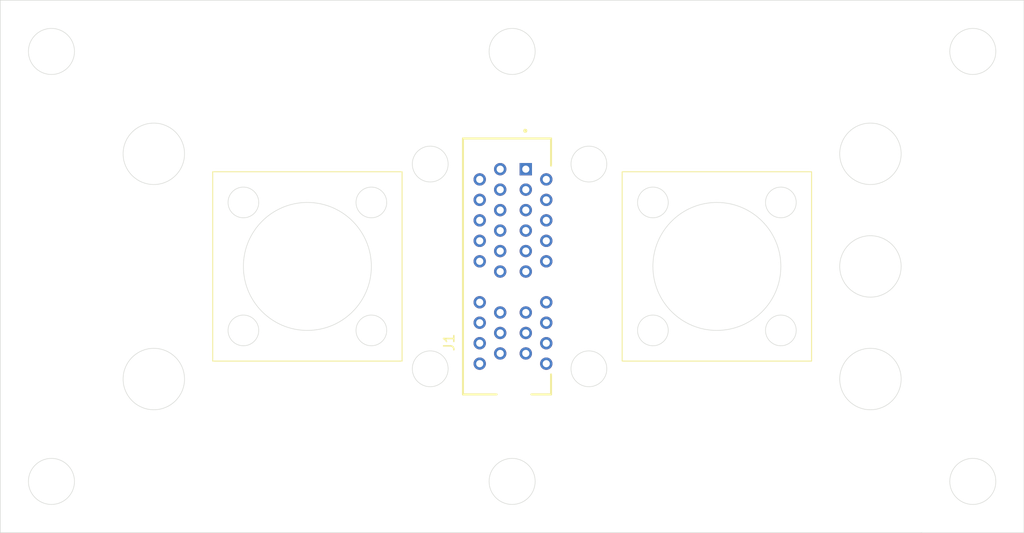
<source format=kicad_pcb>
(kicad_pcb (version 20241229) (generator "pcbnew") (generator_version "9.0")
  (title_block (date "2025-03-12"))
  (layers (0 "F.Cu" signal) (2 "B.Cu" signal) (13 "F.Paste" user) (15 "B.Paste" user) (5 "F.SilkS" user "F.Silkscreen") (7 "B.SilkS" user "B.Silkscreen") (1 "F.Mask" user) (3 "B.Mask" user) (25 "Edge.Cuts" user))
  (net 0 "")
  (footprint "footprints:SAMTEC_PCIE-036-02-X-D-TH" (layer "F.Cu") (at 149.5 100 90)
    (property "Reference" "J1" (at -7.425 -5.65 270) (layer "F.SilkS"))
    (property "Value" "PCIE-036-02-X-D-TH")
    (fp_line (start 12.5 -4.3) (end 12.5 4.3) (stroke (width 0.2)) (layer "F.SilkS"))
    (fp_line (start -12.5 -4.3) (end 12.5 -4.3) (stroke (width 0.2)) (layer "F.SilkS"))
    (fp_line (start -12.5 -1.015) (end -12.5 -4.3) (stroke (width 0.2)) (layer "F.SilkS"))
    (fp_line (start 12.5 4.3) (end 9.85 4.3) (stroke (width 0.2)) (layer "F.SilkS"))
    (fp_line (start -10.55 4.3) (end -12.5 4.3) (stroke (width 0.2)) (layer "F.SilkS"))
    (fp_line (start -12.5 4.3) (end -12.5 2.385) (stroke (width 0.2)) (layer "F.SilkS"))
    (fp_circle (center 13.25 1.785) (end 13.35 1.785) (stroke (width 0.2)) (fill no) (layer "F.SilkS"))
    (pad "" np_thru_hole circle (at -11.3 0.585 90) (size 2.35 2.35) (drill 2.35) (layers "*.Cu" "*.Mask"))
    (pad "" np_thru_hole circle (at -2.15 0.585 90) (size 2.35 2.35) (drill 2.35) (layers "*.Cu" "*.Mask"))
    (pad "A1" thru_hole rect (at 9.5 1.835 90) (size 1.208 1.208) (drill 0.7) (layers "*.Cu" "*.Mask"))
    (pad "A2" thru_hole circle (at 8.5 3.835 90) (size 1.208 1.208) (drill 0.7) (layers "*.Cu" "*.Mask"))
    (pad "A3" thru_hole circle (at 7.5 1.835 90) (size 1.208 1.208) (drill 0.7) (layers "*.Cu" "*.Mask"))
    (pad "A4" thru_hole circle (at 6.5 3.835 90) (size 1.208 1.208) (drill 0.7) (layers "*.Cu" "*.Mask"))
    (pad "A5" thru_hole circle (at 5.5 1.835 90) (size 1.208 1.208) (drill 0.7) (layers "*.Cu" "*.Mask"))
    (pad "A6" thru_hole circle (at 4.5 3.835 90) (size 1.208 1.208) (drill 0.7) (layers "*.Cu" "*.Mask"))
    (pad "A7" thru_hole circle (at 3.5 1.835 90) (size 1.208 1.208) (drill 0.7) (layers "*.Cu" "*.Mask"))
    (pad "A8" thru_hole circle (at 2.5 3.835 90) (size 1.208 1.208) (drill 0.7) (layers "*.Cu" "*.Mask"))
    (pad "A9" thru_hole circle (at 1.5 1.835 90) (size 1.208 1.208) (drill 0.7) (layers "*.Cu" "*.Mask"))
    (pad "A10" thru_hole circle (at 0.5 3.835 90) (size 1.208 1.208) (drill 0.7) (layers "*.Cu" "*.Mask"))
    (pad "A11" thru_hole circle (at -0.5 1.835 90) (size 1.208 1.208) (drill 0.7) (layers "*.Cu" "*.Mask"))
    (pad "A12" thru_hole circle (at -3.5 3.835 90) (size 1.208 1.208) (drill 0.7) (layers "*.Cu" "*.Mask"))
    (pad "A13" thru_hole circle (at -4.5 1.835 90) (size 1.208 1.208) (drill 0.7) (layers "*.Cu" "*.Mask"))
    (pad "A14" thru_hole circle (at -5.5 3.835 90) (size 1.208 1.208) (drill 0.7) (layers "*.Cu" "*.Mask"))
    (pad "A15" thru_hole circle (at -6.5 1.835 90) (size 1.208 1.208) (drill 0.7) (layers "*.Cu" "*.Mask"))
    (pad "A16" thru_hole circle (at -7.5 3.835 90) (size 1.208 1.208) (drill 0.7) (layers "*.Cu" "*.Mask"))
    (pad "A17" thru_hole circle (at -8.5 1.835 90) (size 1.208 1.208) (drill 0.7) (layers "*.Cu" "*.Mask"))
    (pad "A18" thru_hole circle (at -9.5 3.835 90) (size 1.208 1.208) (drill 0.7) (layers "*.Cu" "*.Mask"))
    (pad "B1" thru_hole circle (at 9.5 -0.665 90) (size 1.208 1.208) (drill 0.7) (layers "*.Cu" "*.Mask"))
    (pad "B2" thru_hole circle (at 8.5 -2.665 90) (size 1.208 1.208) (drill 0.7) (layers "*.Cu" "*.Mask"))
    (pad "B3" thru_hole circle (at 7.5 -0.665 90) (size 1.208 1.208) (drill 0.7) (layers "*.Cu" "*.Mask"))
    (pad "B4" thru_hole circle (at 6.5 -2.665 90) (size 1.208 1.208) (drill 0.7) (layers "*.Cu" "*.Mask"))
    (pad "B5" thru_hole circle (at 5.5 -0.665 90) (size 1.208 1.208) (drill 0.7) (layers "*.Cu" "*.Mask"))
    (pad "B6" thru_hole circle (at 4.5 -2.665 90) (size 1.208 1.208) (drill 0.7) (layers "*.Cu" "*.Mask"))
    (pad "B7" thru_hole circle (at 3.5 -0.665 90) (size 1.208 1.208) (drill 0.7) (layers "*.Cu" "*.Mask"))
    (pad "B8" thru_hole circle (at 2.5 -2.665 90) (size 1.208 1.208) (drill 0.7) (layers "*.Cu" "*.Mask"))
    (pad "B9" thru_hole circle (at 1.5 -0.665 90) (size 1.208 1.208) (drill 0.7) (layers "*.Cu" "*.Mask"))
    (pad "B10" thru_hole circle (at 0.5 -2.665 90) (size 1.208 1.208) (drill 0.7) (layers "*.Cu" "*.Mask"))
    (pad "B11" thru_hole circle (at -0.5 -0.665 90) (size 1.208 1.208) (drill 0.7) (layers "*.Cu" "*.Mask"))
    (pad "B12" thru_hole circle (at -3.5 -2.665 90) (size 1.208 1.208) (drill 0.7) (layers "*.Cu" "*.Mask"))
    (pad "B13" thru_hole circle (at -4.5 -0.665 90) (size 1.208 1.208) (drill 0.7) (layers "*.Cu" "*.Mask"))
    (pad "B14" thru_hole circle (at -5.5 -2.665 90) (size 1.208 1.208) (drill 0.7) (layers "*.Cu" "*.Mask"))
    (pad "B15" thru_hole circle (at -6.5 -0.665 90) (size 1.208 1.208) (drill 0.7) (layers "*.Cu" "*.Mask"))
    (pad "B16" thru_hole circle (at -7.5 -2.665 90) (size 1.208 1.208) (drill 0.7) (layers "*.Cu" "*.Mask"))
    (pad "B17" thru_hole circle (at -8.5 -0.665 90) (size 1.208 1.208) (drill 0.7) (layers "*.Cu" "*.Mask"))
    (pad "B18" thru_hole circle (at -9.5 -2.665 90) (size 1.208 1.208) (drill 0.7) (layers "*.Cu" "*.Mask"))
  )
  (footprint "footprints:Female BNC to Female SMA" (layer "F.Cu") (at 130 100)
    (property "Reference" "REF**" (hide yes))
    (property "Value" "Female BNC to Female SMA" (hide yes))
    (fp_rect (start -9.25 -9.25) (end 9.25 9.25) (stroke (width 0.1)) (fill no) (layer "F.SilkS"))
    (fp_circle (center -6.25 -6.25) (end -7.75 -6.25) (stroke (width 0.05)) (fill no) (layer "Edge.Cuts"))
    (fp_circle (center -6.25 6.25) (end -4.75 6.25) (stroke (width 0.05)) (fill no) (layer "Edge.Cuts"))
    (fp_circle (center 0 0) (end 0 -6.25) (stroke (width 0.05)) (fill no) (layer "Edge.Cuts"))
    (fp_circle (center 6.25 -6.25) (end 4.75 -6.25) (stroke (width 0.05)) (fill no) (layer "Edge.Cuts"))
    (fp_circle (center 6.25 6.25) (end 6.25 4.75) (stroke (width 0.05)) (fill no) (layer "Edge.Cuts"))
  )
  (footprint "footprints:Female BNC to Female SMA" (layer "F.Cu") (at 170 100)
    (property "Reference" "REF**" (hide yes))
    (property "Value" "Female BNC to Female SMA" (hide yes))
    (fp_rect (start -9.25 -9.25) (end 9.25 9.25) (stroke (width 0.1)) (fill no) (layer "F.SilkS"))
    (fp_circle (center -6.25 -6.25) (end -7.75 -6.25) (stroke (width 0.05)) (fill no) (layer "Edge.Cuts"))
    (fp_circle (center -6.25 6.25) (end -4.75 6.25) (stroke (width 0.05)) (fill no) (layer "Edge.Cuts"))
    (fp_circle (center 0 0) (end 0 -6.25) (stroke (width 0.05)) (fill no) (layer "Edge.Cuts"))
    (fp_circle (center 6.25 -6.25) (end 4.75 -6.25) (stroke (width 0.05)) (fill no) (layer "Edge.Cuts"))
    (fp_circle (center 6.25 6.25) (end 6.25 4.75) (stroke (width 0.05)) (fill no) (layer "Edge.Cuts"))
  )
  (gr_circle (center 185 111) (end 185 114) (stroke (width 0.05)) (fill no) (layer "Edge.Cuts"))
  (gr_circle (center 105 121) (end 107.25 121) (stroke (width 0.05)) (fill no) (layer "Edge.Cuts"))
  (gr_circle (center 150 79) (end 150 81.25) (stroke (width 0.05)) (fill no) (layer "Edge.Cuts"))
  (gr_circle (center 142 90) (end 142 91.75) (stroke (width 0.05)) (fill no) (layer "Edge.Cuts"))
  (gr_circle (center 115 111) (end 115 114) (stroke (width 0.05)) (fill no) (layer "Edge.Cuts"))
  (gr_circle (center 115 89) (end 115 92) (stroke (width 0.05)) (fill no) (layer "Edge.Cuts"))
  (gr_circle (center 157.5 110) (end 157.5 108.25) (stroke (width 0.05)) (fill no) (layer "Edge.Cuts"))
  (gr_circle (center 185 89) (end 185 92) (stroke (width 0.05)) (fill no) (layer "Edge.Cuts"))
  (gr_circle (center 185 100) (end 185 103) (stroke (width 0.05)) (fill no) (layer "Edge.Cuts"))
  (gr_line (start 100 116) (end 100 126) (stroke (width 0.05)) (layer "Edge.Cuts"))
  (gr_line (start 190 126) (end 200 126) (stroke (width 0.05)) (layer "Edge.Cuts"))
  (gr_line (start 110 74) (end 190 74) (stroke (width 0.05)) (layer "Edge.Cuts"))
  (gr_line (start 200 74) (end 200 126) (stroke (width 0.05)) (layer "Edge.Cuts"))
  (gr_line (start 190 74) (end 200 74) (stroke (width 0.05)) (layer "Edge.Cuts"))
  (gr_circle (center 142 110) (end 142 111.75) (stroke (width 0.05)) (fill no) (layer "Edge.Cuts"))
  (gr_line (start 110 74) (end 100 74) (stroke (width 0.05)) (layer "Edge.Cuts"))
  (gr_line (start 100 126) (end 190 126) (stroke (width 0.05)) (layer "Edge.Cuts"))
  (gr_circle (center 150 121) (end 147.75 121) (stroke (width 0.05)) (fill no) (layer "Edge.Cuts"))
  (gr_circle (center 105 79) (end 105 81.25) (stroke (width 0.05)) (fill no) (layer "Edge.Cuts"))
  (gr_circle (center 157.5 90) (end 157.5 91.75) (stroke (width 0.05)) (fill no) (layer "Edge.Cuts"))
  (gr_circle (center 195 121) (end 192.75 121) (stroke (width 0.05)) (fill no) (layer "Edge.Cuts"))
  (gr_circle (center 195 79) (end 197.25 79) (stroke (width 0.05)) (fill no) (layer "Edge.Cuts"))
  (gr_line (start 100 74) (end 100 116) (stroke (width 0.05)) (layer "Edge.Cuts"))
)
</source>
